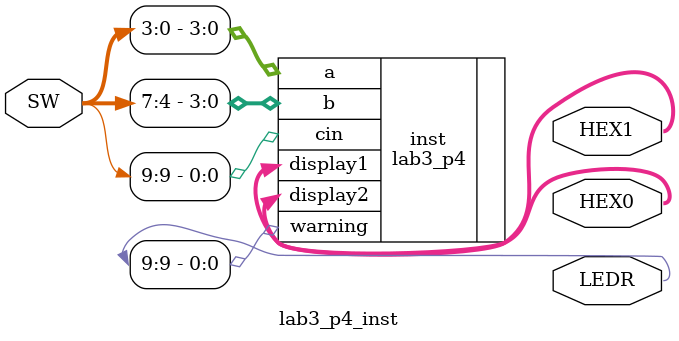
<source format=v>
module lab3_p4_inst(SW,LEDR,HEX0,HEX1);

	input[9:0] SW;
	output [9:0] LEDR;
	output [6:0] HEX0;
	output [6:0] HEX1;


	
	//instantiate and connect fourBit_FA
	/*
		A is the first 4 switches
		B is the next 4
		The entire sum is leds 0-4 (because cout is the fifth bit)
	*/
	lab3_p4 inst(.a(SW[3:0]),.b(SW[7:4]),.cin(SW[9]), .display1(HEX1), .display2(HEX0), .warning(LEDR[9]));
	
	
endmodule
</source>
